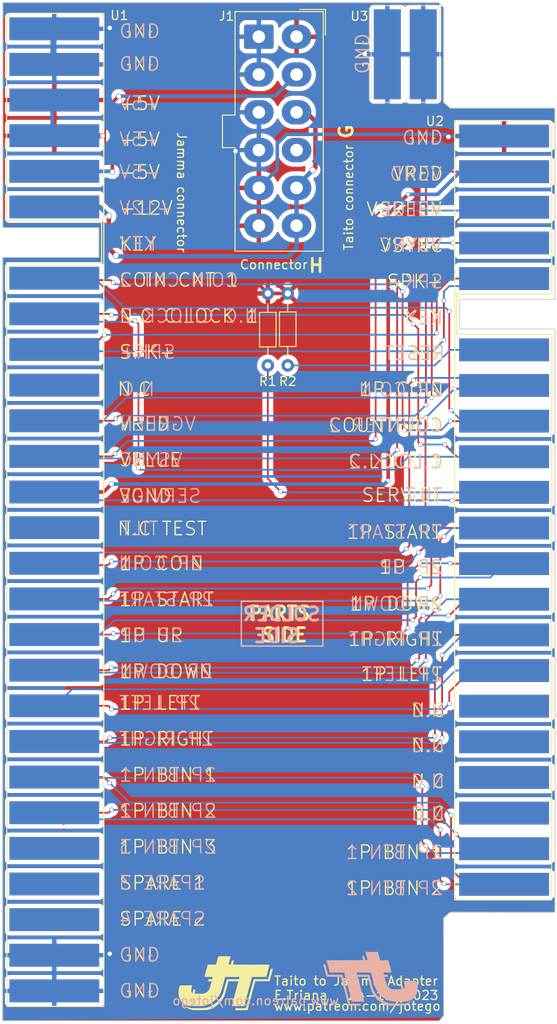
<source format=kicad_pcb>
(kicad_pcb (version 20221018) (generator pcbnew)
  (layers (0 "F.Cu" signal) (31 "B.Cu" signal) (34 "B.Paste" user) (35 "F.Paste" user) (36 "B.SilkS" user "B.Silkscreen") (37 "F.SilkS" user "F.Silkscreen") (38 "B.Mask" user) (39 "F.Mask" user) (44 "Edge.Cuts" user))
  (net 0 "")
  (net 1 "GND")
  (net 2 "VCC")
  (net 3 "-5V")
  (net 4 "/COUNTER_1")
  (net 5 "/C.LOCK_1")
  (net 6 "/SPEAKER(+)")
  (net 8 "/VRED")
  (net 9 "/VBLUE")
  (net 10 "GND1")
  (net 11 "/COIN_1")
  (net 12 "/1P_START")
  (net 13 "/1P_UP")
  (net 14 "/1P_DOWN")
  (net 15 "/1P_LEFT")
  (net 16 "/1P_RIGHT")
  (net 17 "/1P_BTN_2")
  (net 18 "/1P_BTN_1")
  (net 23 "/VGREEN")
  (net 24 "/VSYNC")
  (net 25 "/SERVICE")
  (net 27 "Net-(U1-COIN_CNT_2)")
  (net 28 "Net-(U1-NC_C.LOCK_2)")
  (net 29 "Net-(U1-SPEAKER_(-))")
  (net 32 "Net-(U1-COIN_2)")
  (net 33 "Net-(U1-2P_START)")
  (net 34 "Net-(U1-2P_UP)")
  (net 35 "Net-(U1-2P_DOWN)")
  (net 36 "Net-(U1-2P_LEFT)")
  (net 37 "Net-(U1-2P_RIGHT)")
  (net 38 "Net-(U1-2P_BTN_1)")
  (net 39 "Net-(U1-2P_BTN_2)")
  (net 43 "Net-(U2-RESET)")
  (net 44 "Net-(U2-TILT)")
  (net 54 "+12V")
  (footprint "Arcade:JAMMA CONN FOR ADAPTER" (layer "F.Cu") (at 124.74 101.92)
    (fp_text reference "U1")
    (fp_text value "JAMMA_CONN")
  )
  (footprint "Arcade:Resistor P_8mm" (layer "F.Cu") (at 151.22 85.31 -90)
    (fp_text reference "R1")
    (fp_text value "100kΩ")
  )
  (footprint "Arcade:Test point 3mmx10mm" (layer "F.Cu") (at 164.3 54.68 90)
    (fp_text reference "U3")
    (fp_text value "Test_point")
  )
  (footprint "Arcade:Resistor P_8mm" (layer "F.Cu") (at 149 85.51 90)
    (fp_text reference "R2")
    (fp_text value "100kΩ")
  )
  (footprint "Arcade:Molex_Mini-Fit_2x06_P4.20mm_Vertical" (layer "F.Cu") (at 149.76 63.32)
    (fp_text reference "J1")
    (fp_text value "Conn_02x06_TB")
  )
  (footprint "Arcade:Jt_BSs" (layer "F.Cu") (at 160.8 157.6)
    (fp_text reference "G***" hide)
    (fp_text value "LOGO" hide)
  )
  (footprint "Arcade:TAITO CONN FOR ADAPTER" (layer "F.Cu") (at 174.95 101.52)
    (fp_text reference "U2")
    (fp_text value "Taito conn_G_adapter_ps")
  )
  (footprint "Arcade:Jt_FSs" (layer "F.Cu") (at 144.26 158.09)
    (fp_text reference "G***" hide)
    (fp_text value "LOGO" hide)
  )
  (gr_line (start 155.13 120.6) (end 146.06 120.6) (stroke (width 0.15)) (layer "B.SilkS"))
  (gr_line (start 146.06 120.6) (end 146.06 115.62) (stroke (width 0.15)) (layer "B.SilkS"))
  (gr_line (start 155.13 115.62) (end 146.06 115.62) (stroke (width 0.15)) (layer "B.SilkS"))
  (gr_line (start 155.13 115.62) (end 155.13 120.6) (stroke (width 0.15)) (layer "B.SilkS"))
  (gr_line (start 146.05 115.62) (end 155.14 115.62) (stroke (width 0.15)) (layer "F.SilkS"))
  (gr_line (start 146.05 120.6) (end 146.05 115.62) (stroke (width 0.15)) (layer "F.SilkS"))
  (gr_line (start 155.13 120.6) (end 146.05 120.6) (stroke (width 0.15)) (layer "F.SilkS"))
  (gr_line (start 155.13 115.61) (end 155.13 120.6) (stroke (width 0.15)) (layer "F.SilkS"))
  (gr_line (start 180.97 85.36) (end 170.36 85.36) (stroke (width 0.1)) (layer "Edge.Cuts"))
  (gr_line (start 168.575 161.7) (end 168.07 162.27) (stroke (width 0.1)) (layer "Edge.Cuts"))
  (gr_line (start 119.49 49.08) (end 137.2 49.08) (stroke (width 0.1)) (layer "Edge.Cuts"))
  (gr_line (start 154.91 49.08) (end 168.03 49.08) (stroke (width 0.1)) (layer "Edge.Cuts"))
  (gr_line (start 137.2 49.08) (end 154.91 49.08) (stroke (width 0.1)) (layer "Edge.Cuts"))
  (gr_line (start 170.36 82.08) (end 170.36 85.36) (stroke (width 0.1)) (layer "Edge.Cuts"))
  (gr_line (start 168.575 49.625) (end 168.03 49.08) (stroke (width 0.1)) (layer "Edge.Cuts"))
  (gr_line (start 119.47 162.25) (end 168.07 162.27) (stroke (width 0.1)) (layer "Edge.Cuts"))
  (gr_line (start 169.3 150.195) (end 168.57 150.84) (stroke (width 0.1)) (layer "Edge.Cuts"))
  (gr_line (start 179.9 60.8) (end 169.3 60.8) (stroke (width 0.1)) (layer "Edge.Cuts"))
  (gr_line (start 180.97 60.8) (end 179.9 60.8) (stroke (width 0.1)) (layer "Edge.Cuts"))
  (gr_line (start 168.58 161.695) (end 168.57 150.84) (stroke (width 0.1)) (layer "Edge.Cuts"))
  (gr_line (start 180.98 147.61) (end 180.97 85.36) (stroke (width 0.1)) (layer "Edge.Cuts"))
  (gr_line (start 180.97 82.08) (end 170.36 82.08) (stroke (width 0.1)) (layer "Edge.Cuts"))
  (gr_line (start 130.18 74.12) (end 130.18 77.4) (stroke (width 0.1)) (layer "Edge.Cuts"))
  (gr_line (start 169.3 150.195) (end 180.98 150.2) (stroke (width 0.1)) (layer "Edge.Cuts"))
  (gr_line (start 169.3 60.8) (end 168.575 60.15) (stroke (width 0.1)) (layer "Edge.Cuts"))
  (gr_line (start 180.97 60.8) (end 180.97 82.08) (stroke (width 0.1)) (layer "Edge.Cuts"))
  (gr_line (start 119.48 77.4) (end 130.18 77.4) (stroke (width 0.1)) (layer "Edge.Cuts"))
  (gr_line (start 119.49 74.12) (end 130.18 74.12) (stroke (width 0.1)) (layer "Edge.Cuts"))
  (gr_line (start 119.48 77.4) (end 119.47 162.25) (stroke (width 0.1)) (layer "Edge.Cuts"))
  (gr_line (start 180.98 147.61) (end 180.98 150.2) (stroke (width 0.1)) (layer "Edge.Cuts"))
  (gr_line (start 119.49 74.12) (end 119.49 49.08) (stroke (width 0.1)) (layer "Edge.Cuts"))
  (gr_line (start 168.575 60.15) (end 168.575 49.625) (stroke (width 0.1)) (layer "Edge.Cuts"))
  (gr_text "SOLDER \nSIDE" (at 149.97 120.34) (layer "B.SilkS") (effects (font (size 1.5 1.5) (thickness 0.3) bold) (justify bottom mirror)))
  (gr_text "www.patreon.com/jotego" (at 157 160.6) (layer "B.SilkS") (effects (font (size 1 1)) (justify left bottom mirror)))
  (gr_text "G" (at 158.6 64.38 90) (layer "F.SilkS") (effects (font (size 1.5 1.5) (thickness 0.3) bold) (justify left bottom)))
  (gr_text "E.Triana" (at 149.6 160) (layer "F.SilkS") (effects (font (size 1 1)) (justify left bottom)))
  (gr_text "PARTS \nSIDE" (at 150.86 120.25) (layer "F.SilkS") (effects (font (size 1.5 1.5) (thickness 0.3) bold) (justify bottom)))
  (gr_text "Taito connector" (at 158.58 76.73 90) (layer "F.SilkS") (effects (font (size 1 1)) (justify left bottom)))
  (gr_text "Jamma connector" (at 138.82 63.4 -90) (layer "F.SilkS") (effects (font (size 1 1)) (justify left bottom)))
  (gr_text "Taito to Jamma Adapter" (at 149.6 158.4) (layer "F.SilkS") (effects (font (size 1 1)) (justify left bottom)))
  (gr_text "www.patreon.com/jotego" (at 149.6 161.2) (layer "F.SilkS") (effects (font (size 1 1)) (justify left bottom)))
  (gr_text "\nConnector" (at 145.8 78.8) (layer "F.SilkS") (effects (font (size 1 1)) (justify left bottom)))
  (gr_text "24-11-2023" (at 157.8 160) (layer "F.SilkS") (effects (font (size 1 1)) (justify left bottom)))
  (gr_text "H" (at 153.4 79.2) (layer "F.SilkS") (effects (font (size 1.5 1.5) (thickness 0.3) bold) (justify left bottom)))
  (segment (start 125 52) (end 131.3 52) (width 0.4) (layer "F.Cu") (net 1))
  (segment (start 125.24 154.96) (end 125.24 158.92) (width 0.4) (layer "F.Cu") (net 1))
  (segment (start 125 154.96) (end 128.73 154.96) (width 0.4) (layer "F.Cu") (net 1))
  (segment (start 148 65.48) (end 145.52 65.48) (width 0.4) (layer "F.Cu") (net 1))
  (segment (start 159.83 54.83) (end 159.8 54.8) (width 0.4) (layer "F.Cu") (net 1))
  (segment (start 147.12 52) (end 148 52.88) (width 0.4) (layer "F.Cu") (net 1))
  (segment (start 166.3 54.83) (end 159.83 54.83) (width 0.4) (layer "F.Cu") (net 1))
  (segment (start 131.24 154.96) (end 131.4 154.8) (width 0.4) (layer "F.Cu") (net 1))
  (segment (start 131.3 52) (end 131.4 51.9) (width 0.4) (layer "F.Cu") (net 1))
  (segment (start 125.24 154.96) (end 131.24 154.96) (width 0.4) (layer "F.Cu") (net 1))
  (segment (start 145.52 65.48) (end 145.4 65.6) (width 0.4) (layer "F.Cu") (net 1))
  (segment (start 125 52) (end 125 55.96) (width 0.4) (layer "F.Cu") (net 1))
  (via (at 145.4 65.6) (size 0.6) (drill 0.5) (layers "F.Cu" "B.Cu") (net 1))
  (via (at 131.4 154.8) (size 0.6) (drill 0.5) (layers "F.Cu" "B.Cu") (net 1))
  (via (at 159.8 54.8) (size 0.6) (drill 0.5) (layers "F.Cu" "B.Cu") (net 1))
  (via (at 131.4 51.9) (size 0.6) (drill 0.5) (layers "F.Cu" "B.Cu") (net 1))
  (segment (start 159.83 54.83) (end 159.8 54.8) (width 0.4) (layer "B.Cu") (net 1))
  (segment (start 147.02 51.9) (end 148 52.88) (width 0.5) (layer "B.Cu") (net 1))
  (segment (start 125.23 52) (end 131.3 52) (width 0.4) (layer "B.Cu") (net 1))
  (segment (start 166.3 54.83) (end 162.3 54.83) (width 0.4) (layer "B.Cu") (net 1))
  (segment (start 125.23 154.96) (end 131.24 154.96) (width 0.4) (layer "B.Cu") (net 1))
  (segment (start 131.3 52) (end 131.4 51.9) (width 0.4) (layer "B.Cu") (net 1))
  (segment (start 125 52) (end 125 55.96) (width 0.4) (layer "B.Cu") (net 1))
  (segment (start 131.24 154.96) (end 131.4 154.8) (width 0.4) (layer "B.Cu") (net 1))
  (segment (start 162.3 54.83) (end 159.83 54.83) (width 0.4) (layer "B.Cu") (net 1))
  (segment (start 148 80.41) (end 149 81.41) (width 0.4) (layer "F.Cu") (net 2))
  (segment (start 175.3 63.92) (end 169.18 63.92) (width 0.4) (layer "F.Cu") (net 2))
  (segment (start 125 63.88) (end 130.6 63.88) (width 0.4) (layer "F.Cu") (net 2))
  (segment (start 125 63.88) (end 125 59.92) (width 0.4) (layer "F.Cu") (net 2))
  (segment (start 149 81.41) (end 151.22 81.41) (width 0.4) (layer "F.Cu") (net 2))
  (segment (start 169.18 63.92) (end 169.1 64) (width 0.4) (layer "F.Cu") (net 2))
  (segment (start 148 73.88) (end 148 80.41) (width 0.4) (layer "F.Cu") (net 2))
  (via (at 130.6 63.88) (size 0.6) (drill 0.5) (layers "F.Cu" "B.Cu") (net 2))
  (via (at 169.1 64) (size 0.6) (drill 0.5) (layers "F.Cu" "B.Cu") (net 2))
  (segment (start 150.05 64.755126) (end 150.05 67.63) (width 0.4) (layer "B.Cu") (net 2))
  (segment (start 125.16 64.08) (end 130.4 64.08) (width 0.2) (layer "B.Cu") (net 2))
  (segment (start 130.4 64.08) (end 130.6 63.88) (width 0.2) (layer "B.Cu") (net 2))
  (segment (start 150.05 67.63) (end 148 69.68) (width 0.4) (layer "B.Cu") (net 2))
  (segment (start 169.18 63.92) (end 169.1 64) (width 0.4) (layer "B.Cu") (net 2))
  (segment (start 151.075126 63.73) (end 150.05 64.755126) (width 0.4) (layer "B.Cu") (net 2))
  (segment (start 168.83 63.73) (end 151.075126 63.73) (width 0.4) (layer "B.Cu") (net 2))
  (segment (start 125 59.92) (end 125 63.88) (width 0.4) (layer "B.Cu") (net 2))
  (segment (start 169.1 64) (end 168.83 63.73) (width 0.4) (layer "B.Cu") (net 2))
  (segment (start 175.3 63.92) (end 169.18 63.92) (width 0.4) (layer "B.Cu") (net 2))
  (segment (start 131.64 67.84) (end 131.7 67.9) (width 0.4) (layer "F.Cu") (net 3))
  (segment (start 125 67.84) (end 131.64 67.84) (width 0.4) (layer "F.Cu") (net 3))
  (segment (start 131.7 67.9) (end 131.7 60.2) (width 0.4) (layer "F.Cu") (net 3))
  (segment (start 131.7 60.2) (end 132.4 59.5) (width 0.4) (layer "F.Cu") (net 3))
  (via (at 132.4 59.5) (size 0.6) (drill 0.5) (layers "F.Cu" "B.Cu") (net 3))
  (via (at 131.7 67.9) (size 0.6) (drill 0.5) (layers "F.Cu" "B.Cu") (net 3))
  (segment (start 131.7 67.9) (end 131.64 67.84) (width 0.5) (layer "B.Cu") (net 3))
  (segment (start 132.42 59.48) (end 149.8 59.48) (width 0.4) (layer "B.Cu") (net 3))
  (segment (start 131.64 67.84) (end 125 67.84) (width 0.4) (layer "B.Cu") (net 3))
  (segment (start 149.8 59.48) (end 152.2 57.08) (width 0.4) (layer "B.Cu") (net 3))
  (segment (start 132.4 59.5) (end 132.42 59.48) (width 0.5) (layer "B.Cu") (net 3))
  (segment (start 164 81.2) (end 164 96.4) (width 0.2) (layer "F.Cu") (net 4))
  (segment (start 131.53 79.93) (end 131.8 80.2) (width 0.2) (layer "F.Cu") (net 4))
  (segment (start 125.16 79.93) (end 131.53 79.93) (width 0.2) (layer "F.Cu") (net 4))
  (segment (start 169.3 95.6) (end 175.3 95.6) (width 0.2) (layer "F.Cu") (net 4))
  (segment (start 164 96.4) (end 164.2 96.6) (width 0.2) (layer "F.Cu") (net 4))
  (via (at 131.8 80.2) (size 0.5) (drill 0.4) (layers "F.Cu" "B.Cu") (net 4))
  (via (at 164.2 96.6) (size 0.5) (drill 0.4) (layers "F.Cu" "B.Cu") (net 4))
  (via (at 169.3 95.6) (size 0.5) (drill 0.4) (layers "F.Cu" "B.Cu") (net 4))
  (via (at 164 81.2) (size 0.5) (drill 0.4) (layers "F.Cu" "B.Cu") (net 4))
  (segment (start 131.8 80.2) (end 132 80.4) (width 0.2) (layer "B.Cu") (net 4))
  (segment (start 163.2 80.4) (end 164 81.2) (width 0.2) (layer "B.Cu") (net 4))
  (segment (start 132 80.4) (end 163.2 80.4) (width 0.2) (layer "B.Cu") (net 4))
  (segment (start 168.3 96.6) (end 169.3 95.6) (width 0.2) (layer "B.Cu") (net 4))
  (segment (start 164.2 96.6) (end 168.3 96.6) (width 0.2) (layer "B.Cu") (net 4))
  (segment (start 168.7 98.2) (end 170.06 99.56) (width 0.2) (layer "F.Cu") (net 5))
  (segment (start 165.2 84.8) (end 165.75 85.35) (width 0.2) (layer "F.Cu") (net 5))
  (segment (start 131.28 83.68) (end 125 83.68) (width 0.2) (layer "F.Cu") (net 5))
  (segment (start 131.6 83.8) (end 131.28 83.68) (width 0.2) (layer "F.Cu") (net 5))
  (segment (start 165.75 85.35) (end 165.75 97.95) (width 0.2) (layer "F.Cu") (net 5))
  (segment (start 170.06 99.56) (end 175.3 99.56) (width 0.2) (layer "F.Cu") (net 5))
  (segment (start 165.75 97.95) (end 166 98.2) (width 0.2) (layer "F.Cu") (net 5))
  (via (at 131.6 83.8) (size 0.5) (drill 0.4) (layers "F.Cu" "B.Cu") (net 5))
  (via (at 165.2 84.8) (size 0.5) (drill 0.4) (layers "F.Cu" "B.Cu") (net 5))
  (via (at 168.7 98.2) (size 0.5) (drill 0.4) (layers "F.Cu" "B.Cu") (net 5))
  (via (at 166 98.2) (size 0.5) (drill 0.4) (layers "F.Cu" "B.Cu") (net 5))
  (segment (start 131.6 83.8) (end 164.2 83.8) (width 0.2) (layer "B.Cu") (net 5))
  (segment (start 164.2 83.8) (end 165.2 84.8) (width 0.2) (layer "B.Cu") (net 5))
  (segment (start 166 98.2) (end 168.7 98.2) (width 0.2) (layer "B.Cu") (net 5))
  (segment (start 169.34 79.76) (end 175.3 79.76) (width 0.2) (layer "F.Cu") (net 6))
  (segment (start 174.46 80.6) (end 175.3 79.76) (width 0.2) (layer "F.Cu") (net 6))
  (segment (start 125 87.64) (end 129.16 87.64) (width 0.2) (layer "F.Cu") (net 6))
  (segment (start 167.8 81.3) (end 169.34 79.76) (width 0.2) (layer "F.Cu") (net 6))
  (segment (start 167.8 85.8) (end 167.8 81.3) (width 0.2) (layer "F.Cu") (net 6))
  (segment (start 129.16 87.64) (end 130.8 86) (width 0.2) (layer "F.Cu") (net 6))
  (via (at 167.8 85.8) (size 0.5) (drill 0.4) (layers "F.Cu" "B.Cu") (net 6))
  (via (at 130.8 86) (size 0.5) (drill 0.4) (layers "F.Cu" "B.Cu") (net 6))
  (segment (start 130.8 86) (end 167.6 86) (width 0.2) (layer "B.Cu") (net 6))
  (segment (start 167.6 86) (end 167.8 85.8) (width 0.2) (layer "B.Cu") (net 6))
  (segment (start 132.075 95.325) (end 131.84 95.56) (width 0.2) (layer "F.Cu") (net 8))
  (segment (start 166.6 69.1) (end 167.82 67.88) (width 0.2) (layer "F.Cu") (net 8))
  (segment (start 166.6 93.8) (end 166.6 69.1) (width 0.2) (layer "F.Cu") (net 8))
  (segment (start 131.84 95.56) (end 125.24 95.56) (width 0.2) (layer "F.Cu") (net 8))
  (segment (start 167.82 67.88) (end 175.3 67.88) (width 0.2) (layer "F.Cu") (net 8))
  (via (at 166.6 93.8) (size 0.5) (drill 0.4) (layers "F.Cu" "B.Cu") (net 8))
  (via (at 132.075 95.325) (size 0.5) (drill 0.4) (layers "F.Cu" "B.Cu") (net 8))
  (segment (start 165.4 95) (end 166.6 93.8) (width 0.2) (layer "B.Cu") (net 8))
  (segment (start 132.075 95.325) (end 132.4 95) (width 0.2) (layer "B.Cu") (net 8))
  (segment (start 132.4 95) (end 165.4 95) (width 0.2) (layer "B.Cu") (net 8))
  (segment (start 161 72.8) (end 161.6 72.2) (width 0.2) (layer "F.Cu") (net 9))
  (segment (start 161 97.6) (end 161 72.8) (width 0.2) (layer "F.Cu") (net 9))
  (segment (start 132 99.2) (end 131.68 99.52) (width 0.2) (layer "F.Cu") (net 9))
  (segment (start 131.68 99.52) (end 125.24 99.52) (width 0.2) (layer "F.Cu") (net 9))
  (via (at 161 97.6) (size 0.5) (drill 0.4) (layers "F.Cu" "B.Cu") (net 9))
  (via (at 132 99.2) (size 0.5) (drill 0.4) (layers "F.Cu" "B.Cu") (net 9))
  (via (at 161.6 72.2) (size 0.5) (drill 0.4) (layers "F.Cu" "B.Cu") (net 9))
  (segment (start 174.94 72.2) (end 175.3 71.84) (width 0.2) (layer "B.Cu") (net 9))
  (segment (start 161.6 72.2) (end 174.94 72.2) (width 0.2) (layer "B.Cu") (net 9))
  (segment (start 132 99.2) (end 133.4 97.8) (width 0.2) (layer "B.Cu") (net 9))
  (segment (start 133.4 97.8) (end 160.8 97.8) (width 0.2) (layer "B.Cu") (net 9))
  (segment (start 160.8 97.8) (end 161 97.6) (width 0.2) (layer "B.Cu") (net 9))
  (segment (start 131.6 102.6) (end 130.72 103.48) (width 0.4) (layer "F.Cu") (net 10))
  (segment (start 130.72 103.48) (end 125.24 103.48) (width 0.4) (layer "F.Cu") (net 10))
  (segment (start 162.4 102.2) (end 162.4 72.6) (width 0.4) (layer "F.Cu") (net 10))
  (segment (start 162.4 72.6) (end 164.6 70.4) (width 0.4) (layer "F.Cu") (net 10))
  (via (at 164.6 70.4) (size 0.5) (drill 0.4) (layers "F.Cu" "B.Cu") (net 10))
  (via (at 162.4 102.2) (size 0.5) (drill 0.4) (layers "F.Cu" "B.Cu") (net 10))
  (via (at 131.6 102.6) (size 0.6) (drill 0.5) (layers "F.Cu" "B.Cu") (net 10))
  (segment (start 162 102.6) (end 162.4 102.2) (width 0.4) (layer "B.Cu") (net 10))
  (segment (start 167.9 70.4) (end 170.42 67.88) (width 0.4) (layer "B.Cu") (net 10))
  (segment (start 164.6 70.4) (end 167.9 70.4) (width 0.4) (layer "B.Cu") (net 10))
  (segment (start 131.6 102.6) (end 162 102.6) (width 0.4) (layer "B.Cu") (net 10))
  (segment (start 170.42 67.88) (end 175.3 67.88) (width 0.4) (layer "B.Cu") (net 10))
  (segment (start 165.8 110.2) (end 166.55 109.45) (width 0.2) (layer "F.Cu") (net 11))
  (segment (start 125.16 111.61) (end 131.19 111.61) (width 0.2) (layer "F.Cu") (net 11))
  (segment (start 131.19 111.61) (end 131.6 111.2) (width 0.2) (layer "F.Cu") (net 11))
  (segment (start 166.55 109.45) (end 166.55 95.2) (width 0.2) (layer "F.Cu") (net 11))
  (segment (start 169.8 92) (end 174.94 92) (width 0.2) (layer "F.Cu") (net 11))
  (segment (start 166.55 95.2) (end 166.6 95.2) (width 0.2) (layer "F.Cu") (net 11))
  (segment (start 174.94 92) (end 175.3 91.64) (width 0.2) (layer "F.Cu") (net 11))
  (via (at 166.6 95.2) (size 0.5) (drill 0.4) (layers "F.Cu" "B.Cu") (net 11))
  (via (at 131.6 111.2) (size 0.5) (drill 0.4) (layers "F.Cu" "B.Cu") (net 11))
  (via (at 169.8 92) (size 0.5) (drill 0.4) (layers "F.Cu" "B.Cu") (net 11))
  (via (at 165.8 110.2) (size 0.5) (drill 0.4) (layers "F.Cu" "B.Cu") (net 11))
  (segment (start 164.8 111.2) (end 165.8 110.2) (width 0.2) (layer "B.Cu") (net 11))
  (segment (start 131.6 111.2) (end 164.8 111.2) (width 0.2) (layer "B.Cu") (net 11))
  (segment (start 166.6 95.2) (end 169.8 92) (width 0.2) (layer "B.Cu") (net 11))
  (segment (start 166.8 114.2) (end 167.2 113.8) (width 0.2) (layer "F.Cu") (net 12))
  (segment (start 167.2 108.6) (end 168.32 107.48) (width 0.2) (layer "F.Cu") (net 12))
  (segment (start 167.2 113.8) (end 167.2 108.6) (width 0.2) (layer "F.Cu") (net 12))
  (segment (start 168.32 107.48) (end 175.3 107.48) (width 0.2) (layer "F.Cu") (net 12))
  (segment (start 131.8 114.8) (end 131.24 115.36) (width 0.2) (layer "F.Cu") (net 12))
  (segment (start 131.24 115.36) (end 125.24 115.36) (width 0.2) (layer "F.Cu") (net 12))
  (via (at 131.8 114.8) (size 0.5) (drill 0.4) (layers "F.Cu" "B.Cu") (net 12))
  (via (at 166.8 114.2) (size 0.5) (drill 0.4) (layers "F.Cu" "B.Cu") (net 12))
  (segment (start 132.4 114.2) (end 166.8 114.2) (width 0.2) (layer "B.Cu") (net 12))
  (segment (start 131.8 114.8) (end 132.4 114.2) (width 0.2) (layer "B.Cu") (net 12))
  (segment (start 169.3 111.4) (end 169.34 111.44) (width 0.2) (layer "F.Cu") (net 13))
  (segment (start 164.56 118.56) (end 164.56 112.74) (width 0.2) (layer "F.Cu") (net 13))
  (segment (start 164.56 112.74) (end 165.9 111.4) (width 0.2) (layer "F.Cu") (net 13))
  (segment (start 131.8 119.2) (end 131.68 119.32) (width 0.2) (layer "F.Cu") (net 13))
  (segment (start 169.34 111.44) (end 175.3 111.44) (width 0.2) (layer "F.Cu") (net 13))
  (segment (start 131.68 119.32) (end 125.24 119.32) (width 0.2) (layer "F.Cu") (net 13))
  (segment (start 164.6 118.6) (end 164.56 118.56) (width 0.2) (layer "F.Cu") (net 13))
  (via (at 169.3 111.4) (size 0.5) (drill 0.4) (layers "F.Cu" "B.Cu") (net 13))
  (via (at 131.8 119.2) (size 0.5) (drill 0.4) (layers "F.Cu" "B.Cu") (net 13))
  (via (at 165.9 111.4) (size 0.5) (drill 0.4) (layers "F.Cu" "B.Cu") (net 13))
  (via (at 164.6 118.6) (size 0.5) (drill 0.4) (layers "F.Cu" "B.Cu") (net 13))
  (segment (start 131.8 119.2) (end 164 119.2) (width 0.2) (layer "B.Cu") (net 13))
  (segment (start 165.9 111.4) (end 169.1 111.4) (width 0.2) (layer "B.Cu") (net 13))
  (segment (start 164 119.2) (end 164.6 118.6) (width 0.2) (layer "B.Cu") (net 13))
  (segment (start 165.6 122.2) (end 165.859472 121.940528) (width 0.2) (layer "F.Cu") (net 14))
  (segment (start 165.859472 121.940528) (end 165.859472 117.659472) (width 0.2) (layer "F.Cu") (net 14))
  (segment (start 131.32 123.28) (end 131.6 123) (width 0.2) (layer "F.Cu") (net 14))
  (segment (start 169.2 117.2) (end 171 115.4) (width 0.2) (layer "F.Cu") (net 14))
  (segment (start 125 123.28) (end 131.32 123.28) (width 0.2) (layer "F.Cu") (net 14))
  (segment (start 171 115.4) (end 175.3 115.4) (width 0.2) (layer "F.Cu") (net 14))
  (segment (start 169.1 117.2) (end 169.2 117.2) (width 0.2) (layer "F.Cu") (net 14))
  (segment (start 166.302915 117.202915) (end 165.859472 117.659472) (width 0.2) (layer "F.Cu") (net 14))
  (via (at 165.6 122.2) (size 0.5) (drill 0.4) (layers "F.Cu" "B.Cu") (net 14))
  (via (at 166.302915 117.202915) (size 0.5) (drill 0.4) (layers "F.Cu" "B.Cu") (net 14))
  (via (at 169.1 117.2) (size 0.5) (drill 0.4) (layers "F.Cu" "B.Cu") (net 14))
  (via (at 131.6 123) (size 0.5) (drill 0.4) (layers "F.Cu" "B.Cu") (net 14))
  (segment (start 164.8 123) (end 165.6 122.2) (width 0.2) (layer "B.Cu") (net 14))
  (segment (start 131.6 123) (end 164.8 123) (width 0.2) (layer "B.Cu") (net 14))
  (segment (start 169.097085 117.202915) (end 169.1 117.2) (width 0.2) (layer "B.Cu") (net 14))
  (segment (start 166.302915 117.202915) (end 169.097085 117.202915) (width 0.2) (layer "B.Cu") (net 14))
  (segment (start 169.2 125.69) (end 171.57 123.32) (width 0.2) (layer "F.Cu") (net 15))
  (segment (start 169.2 127) (end 169.2 125.69) (width 0.2) (layer "F.Cu") (net 15))
  (segment (start 171.57 123.32) (end 175.3 123.32) (width 0.2) (layer "F.Cu") (net 15))
  (segment (start 125 127.24) (end 131.24 127.24) (width 0.2) (layer "F.Cu") (net 15))
  (segment (start 131.24 127.24) (end 131.6 127.6) (width 0.2) (layer "F.Cu") (net 15))
  (via (at 169.2 127) (size 0.5) (drill 0.4) (layers "F.Cu" "B.Cu") (net 15))
  (via (at 131.6 127.6) (size 0.5) (drill 0.4) (layers "F.Cu" "B.Cu") (net 15))
  (segment (start 168.6 127.6) (end 169.2 127) (width 0.2) (layer "B.Cu") (net 15))
  (segment (start 131.6 127.6) (end 168.6 127.6) (width 0.2) (layer "B.Cu") (net 15))
  (segment (start 131 131.2) (end 131.4 130.8) (width 0.2) (layer "F.Cu") (net 16))
  (segment (start 125 131.2) (end 131 131.2) (width 0.2) (layer "F.Cu") (net 16))
  (segment (start 169.44 119.36) (end 175.3 119.36) (width 0.2) (layer "F.Cu") (net 16))
  (segment (start 167.6 130.6) (end 167.6 121.2) (width 0.2) (layer "F.Cu") (net 16))
  (segment (start 167.6 121.2) (end 169.44 119.36) (width 0.2) (layer "F.Cu") (net 16))
  (via (at 167.6 130.6) (size 0.5) (drill 0.4) (layers "F.Cu" "B.Cu") (net 16))
  (via (at 131.4 130.8) (size 0.5) (drill 0.4) (layers "F.Cu" "B.Cu") (net 16))
  (segment (start 131.4 130.8) (end 167.4 130.8) (width 0.2) (layer "B.Cu") (net 16))
  (segment (start 167.4 130.8) (end 167.6 130.6) (width 0.2) (layer "B.Cu") (net 16))
  (segment (start 130.76 135.16) (end 131.4 135.8) (width 0.2) (layer "F.Cu") (net 17))
  (segment (start 169.4 145.4) (end 171.08 147.08) (width 0.2) (layer "F.Cu") (net 17))
  (segment (start 171.08 147.08) (end 175.3 147.08) (width 0.2) (layer "F.Cu") (net 17))
  (segment (start 170.62 147.08) (end 175.3 147.08) (width 0.2) (layer "F.Cu") (net 17))
  (segment (start 169.4 139.4) (end 169.4 145.4) (width 0.2) (layer "F.Cu") (net 17))
  (segment (start 125 135.16) (end 130.76 135.16) (width 0.2) (layer "F.Cu") (net 17))
  (via (at 169.4 139.4) (size 0.5) (drill 0.4) (layers "F.Cu" "B.Cu") (net 17))
  (via (at 131.4 135.8) (size 0.5) (drill 0.4) (layers "F.Cu" "B.Cu") (net 17))
  (segment (start 131.4 135.8) (end 133.6 138) (width 0.2) (layer "B.Cu") (net 17))
  (segment (start 133.6 138) (end 168 138) (width 0.2) (layer "B.Cu") (net 17))
  (segment (start 168 138) (end 169.4 139.4) (width 0.2) (layer "B.Cu") (net 17))
  (segment (start 125 139.2) (end 125 139.12) (width 0.2) (layer "F.Cu") (net 18))
  (segment (start 125 139.12) (end 125 140) (width 0.2) (layer "F.Cu") (net 18))
  (segment (start 131.28 139.12) (end 131.6 138.8) (width 0.2) (layer "F.Cu") (net 18))
  (segment (start 169.95 141.5) (end 171.57 143.12) (width 0.2) (layer "F.Cu") (net 18))
  (segment (start 125 139.12) (end 131.28 139.12) (width 0.2) (layer "F.Cu") (net 18))
  (segment (start 171.57 143.12) (end 175.3 143.12) (width 0.2) (layer "F.Cu") (net 18))
  (via (at 131.6 138.8) (size 0.5) (drill 0.4) (layers "F.Cu" "B.Cu") (net 18))
  (via (at 169.95 141.5) (size 0.5) (drill 0.4) (layers "F.Cu" "B.Cu") (net 18))
  (segment (start 167.4 138.8) (end 131.6 138.8) (width 0.2) (layer "B.Cu") (net 18))
  (segment (start 169.95 141.5) (end 167.4 138.8) (width 0.2) (layer "B.Cu") (net 18))
  (segment (start 167.2 93) (end 167.25 92.95) (width 0.2) (layer "F.Cu") (net 23))
  (segment (start 167.25 76.16) (end 171.57 71.84) (width 0.2) (layer "F.Cu") (net 23))
  (segment (start 167.25 92.95) (end 167.25 76.16) (width 0.2) (layer "F.Cu") (net 23))
  (segment (start 171.57 71.84) (end 175.3 71.84) (width 0.2) (layer "F.Cu") (net 23))
  (via (at 167.2 93) (size 0.5) (drill 0.4) (layers "F.Cu" "B.Cu") (net 23))
  (segment (start 133.2 93) (end 167.2 93) (width 0.2) (layer "B.Cu") (net 23))
  (segment (start 125.16 95.76) (end 130.44 95.76) (width 0.2) (layer "B.Cu") (net 23))
  (segment (start 125 95.56) (end 129.84 95.56) (width 0.2) (layer "B.Cu") (net 23))
  (segment (start 130.44 95.76) (end 133.2 93) (width 0.2) (layer "B.Cu") (net 23))
  (segment (start 163.4 98.8) (end 163.4 77) (width 0.2) (layer "F.Cu") (net 24))
  (segment (start 175.3 75.8) (end 169.6 75.8) (width 0.2) (layer "F.Cu") (net 24))
  (segment (start 163.4 77) (end 164.6 75.8) (width 0.2) (layer "F.Cu") (net 24))
  (via (at 164.6 75.8) (size 0.5) (drill 0.4) (layers "F.Cu" "B.Cu") (net 24))
  (via (at 163.4 98.8) (size 0.5) (drill 0.4) (layers "F.Cu" "B.Cu") (net 24))
  (via (at 169.6 75.8) (size 0.5) (drill 0.4) (layers "F.Cu" "B.Cu") (net 24))
  (segment (start 175.3 75.8) (end 169.6 75.8) (width 0.2) (layer "B.Cu") (net 24))
  (segment (start 162.45 99.75) (end 163.4 98.8) (width 0.2) (layer "B.Cu") (net 24))
  (segment (start 125.19 99.75) (end 162.45 99.75) (width 0.2) (layer "B.Cu") (net 24))
  (segment (start 164.6 75.8) (end 169.6 75.8) (width 0.2) (layer "B.Cu") (net 24))
  (segment (start 125 99.52) (end 129.48 99.52) (width 0.2) (layer "B.Cu") (net 24))
  (segment (start 125.16 99.72) (end 125.19 99.75) (width 0.2) (layer "B.Cu") (net 24))
  (segment (start 174.42 104.4) (end 175.3 103.52) (width 0.2) (layer "F.Cu") (net 25))
  (segment (start 169.5 104.4) (end 174.42 104.4) (width 0.2) (layer "F.Cu") (net 25))
  (via (at 169.5 104.4) (size 0.5) (drill 0.4) (layers "F.Cu" "B.Cu") (net 25))
  (segment (start 125 103.48) (end 129.52 103.48) (width 0.2) (layer "B.Cu") (net 25))
  (segment (start 125.88 104.4) (end 169.5 104.4) (width 0.2) (layer "B.Cu") (net 25))
  (segment (start 125.16 103.68) (end 125.88 104.4) (width 0.2) (layer "B.Cu") (net 25))
  (segment (start 169.2 83.4) (end 169.2 94.2) (width 0.2) (layer "F.Cu") (net 27))
  (segment (start 169.2 94.2) (end 169.4 94.4) (width 0.2) (layer "F.Cu") (net 27))
  (via (at 169.2 83.4) (size 0.5) (drill 0.4) (layers "F.Cu" "B.Cu") (net 27))
  (via (at 169.4 94.4) (size 0.5) (drill 0.4) (layers "F.Cu" "B.Cu") (net 27))
  (segment (start 167.6 83) (end 168.8 83) (width 0.2) (layer "B.Cu") (net 27))
  (segment (start 129.92 79.92) (end 133 83) (width 0.2) (layer "B.Cu") (net 27))
  (segment (start 169.4 94.4) (end 170.6 95.6) (width 0.2) (layer "B.Cu") (net 27))
  (segment (start 168.8 83) (end 169.2 83.4) (width 0.2) (layer "B.Cu") (net 27))
  (segment (start 125 79.72) (end 125.23 79.95) (width 0.2) (layer "B.Cu") (net 27))
  (segment (start 125.16 79.92) (end 129.92 79.92) (width 0.2) (layer "B.Cu") (net 27))
  (segment (start 170.6 95.6) (end 175.3 95.6) (width 0.2) (layer "B.Cu") (net 27))
  (segment (start 133 83) (end 167.6 83) (width 0.2) (layer "B.Cu") (net 27))
  (segment (start 134.6 84.8) (end 134.2 84.4) (width 0.2) (layer "F.Cu") (net 28))
  (segment (start 134.6 100.8) (end 134.6 84.8) (width 0.2) (layer "F.Cu") (net 28))
  (via (at 134.2 84.4) (size 0.5) (drill 0.4) (layers "F.Cu" "B.Cu") (net 28))
  (via (at 134.6 100.8) (size 0.5) (drill 0.4) (layers "F.Cu" "B.Cu") (net 28))
  (segment (start 125.83 84.55) (end 125.16 83.88) (width 0.2) (layer "B.Cu") (net 28))
  (segment (start 175.3 99.56) (end 164.64 99.56) (width 0.2) (layer "B.Cu") (net 28))
  (segment (start 125 83.68) (end 126.1 83.68) (width 0.2) (layer "B.Cu") (net 28))
  (segment (start 134.8 101) (end 134.6 100.8) (width 0.2) (layer "B.Cu") (net 28))
  (segment (start 134.05 84.55) (end 125.83 84.55) (width 0.2) (layer "B.Cu") (net 28))
  (segment (start 134.2 84.4) (end 134.05 84.55) (width 0.2) (layer "B.Cu") (net 28))
  (segment (start 126.1 83.68) (end 127.27 84.85) (width 0.2) (layer "B.Cu") (net 28))
  (segment (start 164.64 99.56) (end 163.2 101) (width 0.2) (layer "B.Cu") (net 28))
  (segment (start 163.2 101) (end 134.8 101) (width 0.2) (layer "B.Cu") (net 28))
  (segment (start 168.6 82.2) (end 168.6 86.6) (width 0.2) (layer "F.Cu") (net 29))
  (via (at 168.6 82.2) (size 0.5) (drill 0.4) (layers "F.Cu" "B.Cu") (net 29))
  (via (at 168.6 86.6) (size 0.5) (drill 0.4) (layers "F.Cu" "B.Cu") (net 29))
  (segment (start 167.36 87.84) (end 168.6 86.6) (width 0.2) (layer "B.Cu") (net 29))
  (segment (start 169.2 80.6) (end 174.46 80.6) (width 0.2) (layer "B.Cu") (net 29))
  (segment (start 174.46 80.6) (end 175.3 79.76) (width 0.2) (layer "B.Cu") (net 29))
  (segment (start 125.16 87.84) (end 167.36 87.84) (width 0.2) (layer "B.Cu") (net 29))
  (segment (start 168.6 81.2) (end 168.6 82.2) (width 0.2) (layer "B.Cu") (net 29))
  (segment (start 168.6 81.2) (end 169.2 80.6) (width 0.2) (layer "B.Cu") (net 29))
  (segment (start 164.75 91.5) (end 165.2 91.05) (width 0.2) (layer "F.Cu") (net 32))
  (segment (start 164.4 109.8) (end 164.75 109.45) (width 0.2) (layer "F.Cu") (net 32))
  (segment (start 164.75 109.45) (end 164.75 91.5) (width 0.2) (layer "F.Cu") (net 32))
  (via (at 164.4 109.8) (size 0.5) (drill 0.4) (layers "F.Cu" "B.Cu") (net 32))
  (via (at 165.2 91.05) (size 0.5) (drill 0.4) (layers "F.Cu" "B.Cu") (net 32))
  (segment (start 129.4 111.4) (end 125 111.4) (width 0.2) (layer "B.Cu") (net 32))
  (segment (start 174.46 90.8) (end 165.45 90.8) (width 0.2) (layer "B.Cu") (net 32))
  (segment (start 175.3 91.64) (end 174.46 90.8) (width 0.2) (layer "B.Cu") (net 32))
  (segment (start 164 110.2) (end 164.4 109.8) (width 0.2) (layer "B.Cu") (net 32))
  (segment (start 125.16 111.6) (end 128.89 111.6) (width 0.2) (layer "B.Cu") (net 32))
  (segment (start 128.89 111.6) (end 130.29 110.2) (width 0.2) (layer "B.Cu") (net 32))
  (segment (start 130.29 110.2) (end 164 110.2) (width 0.2) (layer "B.Cu") (net 32))
  (segment (start 165.45 90.8) (end 165.2 91.05) (width 0.2) (layer "B.Cu") (net 32))
  (segment (start 168.2 115) (end 168.2 108.8) (width 0.2) (layer "F.Cu") (net 33))
  (segment (start 168.2 108.8) (end 168.6 108.4) (width 0.2) (layer "F.Cu") (net 33))
  (via (at 168.2 115) (size 0.5) (drill 0.4) (layers "F.Cu" "B.Cu") (net 33))
  (via (at 168.6 108.4) (size 0.5) (drill 0.4) (layers "F.Cu" "B.Cu") (net 33))
  (segment (start 163.44 115.56) (end 167.64 115.56) (width 0.2) (layer "B.Cu") (net 33))
  (segment (start 168.6 108.4) (end 169.52 107.48) (width 0.2) (layer "B.Cu") (net 33))
  (segment (start 169.52 107.48) (end 175.3 107.48) (width 0.2) (layer "B.Cu") (net 33))
  (segment (start 174.38 108.4) (end 175.3 107.48) (width 0.2) (layer "B.Cu") (net 33))
  (segment (start 125.16 115.56) (end 163.44 115.56) (width 0.2) (layer "B.Cu") (net 33))
  (segment (start 167.64 115.56) (end 168.2 115) (width 0.2) (layer "B.Cu") (net 33))
  (segment (start 165.11 117.72) (end 165.5 117.33) (width 0.2) (layer "F.Cu") (net 34))
  (segment (start 165.5 113.45) (end 165.97 112.98) (width 0.2) (layer "F.Cu") (net 34))
  (segment (start 165.5 117.33) (end 165.5 113.45) (width 0.2) (layer "F.Cu") (net 34))
  (via (at 165.11 117.72) (size 0.5) (drill 0.4) (layers "F.Cu" "B.Cu") (net 34))
  (via (at 165.97 112.98) (size 0.5) (drill 0.4) (layers "F.Cu" "B.Cu") (net 34))
  (segment (start 130.33 119.32) (end 131.92 117.73) (width 0.2) (layer "B.Cu") (net 34))
  (segment (start 125.23 119.32) (end 130.33 119.32) (width 0.2) (layer "B.Cu") (net 34))
  (segment (start 131.92 117.73) (end 165.1 117.73) (width 0.2) (layer "B.Cu") (net 34))
  (segment (start 165.1 117.73) (end 165.11 117.72) (width 0.2) (layer "B.Cu") (net 34))
  (segment (start 165.97 112.98) (end 173.76 112.98) (width 0.2) (layer "B.Cu") (net 34))
  (segment (start 173.76 112.98) (end 175.3 111.44) (width 0.2) (layer "B.Cu") (net 34))
  (segment (start 166.6 117.7) (end 166.85 117.45) (width 0.2) (layer "F.Cu") (net 35))
  (segment (start 166.85 117.45) (end 167.7 116.6) (width 0.2) (layer "F.Cu") (net 35))
  (segment (start 166.6 122.2) (end 166.6 117.7) (width 0.2) (layer "F.Cu") (net 35))
  (via (at 167.7 116.6) (size 0.5) (drill 0.4) (layers "F.Cu" "B.Cu") (net 35))
  (via (at 166.6 122.2) (size 0.5) (drill 0.4) (layers "F.Cu" "B.Cu") (net 35))
  (segment (start 125 123.28) (end 129.52 123.28) (width 0.2) (layer "B.Cu") (net 35))
  (segment (start 125.23 123.55) (end 165.25 123.55) (width 0.2) (layer "B.Cu") (net 35))
  (segment (start 165.25 123.55) (end 166.6 122.2) (width 0.2) (layer "B.Cu") (net 35))
  (segment (start 167.7 116.6) (end 168.9 115.4) (width 0.2) (layer "B.Cu") (net 35))
  (segment (start 168.9 115.4) (end 175.3 115.4) (width 0.2) (layer "B.Cu") (net 35))
  (segment (start 125.16 123.48) (end 125.23 123.55) (width 0.2) (layer "B.Cu") (net 35))
  (segment (start 125.16 127.44) (end 127.2 125.4) (width 0.2) (layer "B.Cu") (net 36))
  (segment (start 167.8 125.4) (end 169.88 123.32) (width 0.2) (layer "B.Cu") (net 36))
  (segment (start 169.88 123.32) (end 175.3 123.32) (width 0.2) (layer "B.Cu") (net 36))
  (segment (start 127.2 125.4) (end 167.8 125.4) (width 0.2) (layer "B.Cu") (net 36))
  (segment (start 125.84 126.4) (end 125 127.24) (width 0.2) (layer "B.Cu") (net 36))
  (segment (start 168.4 130.8) (end 168.4 122.8) (width 0.2) (layer "F.Cu") (net 37))
  (segment (start 168.4 122.8) (end 168.4 121.6) (width 0.2) (layer "F.Cu") (net 37))
  (via (at 168.4 121.6) (size 0.5) (drill 0.4) (layers "F.Cu" "B.Cu") (net 37))
  (via (at 168.4 130.8) (size 0.5) (drill 0.4) (layers "F.Cu" "B.Cu") (net 37))
  (segment (start 168.4 121.6) (end 170.64 119.36) (width 0.2) (layer "B.Cu") (net 37))
  (segment (start 125 131.2) (end 125.8 132) (width 0.2) (layer "B.Cu") (net 37))
  (segment (start 132.65 131.35) (end 167.85 131.35) (width 0.2) (layer "B.Cu") (net 37))
  (segment (start 125.15 131.35) (end 125 131.2) (width 0.2) (layer "B.Cu") (net 37))
  (segment (start 167.85 131.35) (end 168.4 130.8) (width 0.2) (layer "B.Cu") (net 37))
  (segment (start 132.65 131.35) (end 125.15 131.35) (width 0.2) (layer "B.Cu") (net 37))
  (segment (start 170.64 119.36) (end 175.3 119.36) (width 0.2) (layer "B.Cu") (net 37))
  (segment (start 166.2 142.4) (end 166.6 142.8) (width 0.2) (layer "F.Cu") (net 38))
  (segment (start 166.2 136.2) (end 166.2 142.4) (width 0.2) (layer "F.Cu") (net 38))
  (via (at 166.2 136.2) (size 0.5) (drill 0.4) (layers "F.Cu" "B.Cu") (net 38))
  (via (at 166.6 142.8) (size 0.5) (drill 0.4) (layers "F.Cu" "B.Cu") (net 38))
  (segment (start 125.27 135.25) (end 165.25 135.25) (width 0.2) (layer "B.Cu") (net 38))
  (segment (start 167.4 143.6) (end 174.82 143.6) (width 0.2) (layer "B.Cu") (net 38))
  (segment (start 125.16 135.36) (end 125.27 135.25) (width 0.2) (layer "B.Cu") (net 38))
  (segment (start 172.18 143.12) (end 175.3 143.12) (width 0.2) (layer "B.Cu") (net 38))
  (segment (start 174.82 143.6) (end 175.3 143.12) (width 0.2) (layer "B.Cu") (net 38))
  (segment (start 165.25 135.25) (end 166.2 136.2) (width 0.2) (layer "B.Cu") (net 38))
  (segment (start 166.6 142.8) (end 167.4 143.6) (width 0.2) (layer "B.Cu") (net 38))
  (segment (start 168.2 141) (end 168.2 146.6) (width 0.2) (layer "F.Cu") (net 39))
  (segment (start 168.2 146.6) (end 168.6 147) (width 0.2) (layer "F.Cu") (net 39))
  (via (at 168.6 147) (size 0.5) (drill 0.4) (layers "F.Cu" "B.Cu") (net 39))
  (via (at 168.2 141) (size 0.5) (drill 0.4) (layers "F.Cu" "B.Cu") (net 39))
  (segment (start 126.28 140.4) (end 125 139.12) (width 0.2) (layer "B.Cu") (net 39))
  (segment (start 129.43 139.86) (end 167.06 139.86) (width 0.2) (layer "B.Cu") (net 39))
  (segment (start 168.68 147.08) (end 175.3 147.08) (width 0.2) (layer "B.Cu") (net 39))
  (segment (start 125.16 139.32) (end 128.89 139.32) (width 0.2) (layer "B.Cu") (net 39))
  (segment (start 167.06 139.86) (end 168.2 141) (width 0.2) (layer "B.Cu") (net 39))
  (segment (start 168.6 147) (end 168.68 147.08) (width 0.2) (layer "B.Cu") (net 39))
  (segment (start 128.89 139.32) (end 129.43 139.86) (width 0.2) (layer "B.Cu") (net 39))
  (segment (start 167.59 89.41) (end 167.655 89.345) (width 0.2) (layer "B.Cu") (net 43))
  (segment (start 169.32 87.68) (end 175.3 87.68) (width 0.2) (layer "B.Cu") (net 43))
  (segment (start 167.655 89.345) (end 169.32 87.68) (width 0.2) (layer "B.Cu") (net 43))
  (segment (start 151.22 89.41) (end 167.59 89.41) (width 0.2) (layer "B.Cu") (net 43))
  (segment (start 150.4 103.4) (end 149 102) (width 0.2) (layer "F.Cu") (net 44))
  (segment (start 149 102) (end 149 89.41) (width 0.2) (layer "F.Cu") (net 44))
  (via (at 150.4 103.4) (size 0.5) (drill 0.4) (layers "F.Cu" "B.Cu") (net 44))
  (segment (start 150.52 103.52) (end 150.4 103.4) (width 0.2) (layer "B.Cu") (net 44))
  (segment (start 175.3 103.52) (end 150.52 103.52) (width 0.2) (layer "B.Cu") (net 44))
  (segment (start 152.2 61.28) (end 153.28 61.28) (width 0.5) (layer "F.Cu") (net 54))
  (segment (start 154.3 62.3) (end 154.3 67.4) (width 0.5) (layer "F.Cu") (net 54))
  (segment (start 130.3 71.8) (end 131.3 72.8) (width 0.4) (layer "F.Cu") (net 54))
  (segment (start 125 71.8) (end 130.3 71.8) (width 0.4) (layer "F.Cu") (net 54))
  (segment (start 131.3 72.8) (end 131.3 76.4) (width 0.5) (layer "F.Cu") (net 54))
  (segment (start 131.3 76.4) (end 132.1 77.2) (width 0.5) (layer "F.Cu") (net 54))
  (segment (start 153.28 61.28) (end 154.3 62.3) (width 0.5) (layer "F.Cu") (net 54))
  (segment (start 154.3 67.4) (end 154 67.7) (width 0.5) (layer "F.Cu") (net 54))
  (via (at 154 67.7) (size 0.7) (drill 0.6) (layers "F.Cu" "B.Cu") (net 54))
  (via (at 131.3 72.8) (size 0.7) (drill 0.6) (layers "F.Cu" "B.Cu") (net 54))
  (via (at 132.1 77.2) (size 0.7) (drill 0.6) (layers "F.Cu" "B.Cu") (net 54))
  (segment (start 152.2 73.88) (end 152.2 69.5) (width 0.5) (layer "B.Cu") (net 54))
  (segment (start 130.3 71.8) (end 131.3 72.8) (width 0.5) (layer "B.Cu") (net 54))
  (segment (start 152.2 69.5) (end 154 67.7) (width 0.5) (layer "B.Cu") (net 54))
  (segment (start 132.2 77.3) (end 132.1 77.2) (width 0.5) (layer "B.Cu") (net 54))
  (segment (start 125 71.8) (end 130.3 71.8) (width 0.5) (layer "B.Cu") (net 54))
  (segment (start 151.3 77.3) (end 152.2 76.4) (width 0.5) (layer "B.Cu") (net 54))
  (segment (start 151.3 77.3) (end 132.2 77.3) (width 0.5) (layer "B.Cu") (net 54))
  (segment (start 152.2 76.4) (end 152.2 73.88) (width 0.5) (layer "B.Cu") (net 54))
  (zone (net 2) (net_name "VCC") (layer "F.Cu") (connect_pads (clearance 0.5)) (min_thickness 0.25) (fill yes (thermal_gap 0.5) (thermal_bridge_width 0.5))
    (polygon (pts (xy 119.4 49) (xy 119.188572 162.564471) (xy 169.6 162.6) (xy 169.6 150.6) (xy 181.2 150.6) (xy 181.2 60.4) (xy 169 60.4) (xy 169 48.8) (xy 119.4 48.8)))
  )
  (zone (net 1) (net_name "GND") (layer "B.Cu") (priority 1) (connect_pads (clearance 0.5)) (min_thickness 0.25) (fill yes (thermal_gap 0.5) (thermal_bridge_width 0.5))
    (polygon (pts (xy 119.4 49) (xy 119.2 162.2) (xy 181.2 161.8) (xy 181 48.8) (xy 119.4 48.8)))
  )
)
</source>
